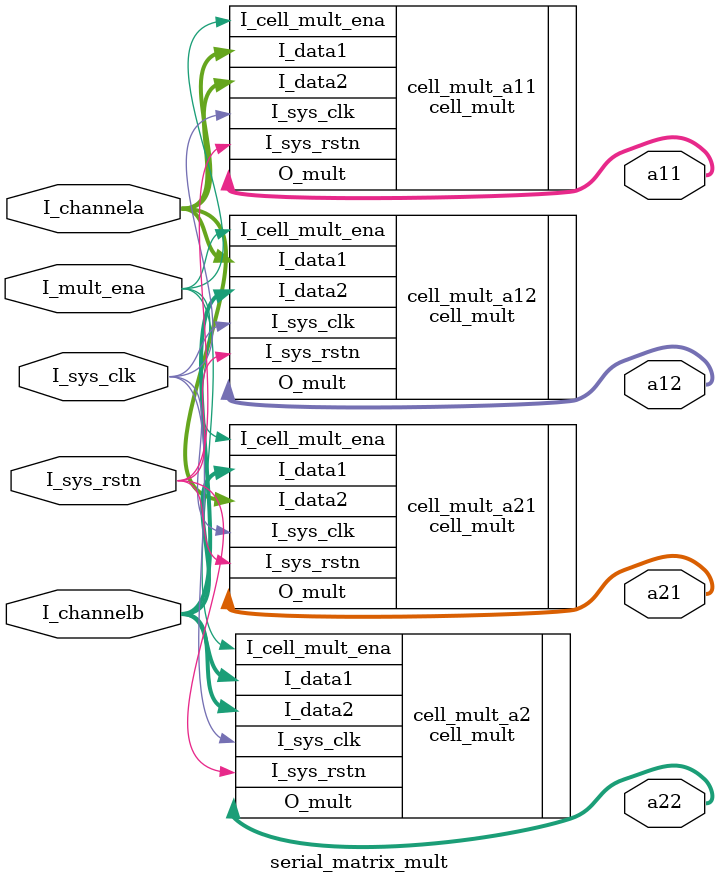
<source format=v>
`timescale 1ns / 1ps



module serial_matrix_mult(
            input                   I_sys_clk            ,
            input                   I_sys_rstn           ,
                                                         
            input                   I_mult_ena           ,
            input       [7:0]       I_channela           ,
            input       [7:0]       I_channelb           ,
                                                         
            output        [15:0]      a11                 ,
            output        [15:0]      a12                  ,
            output        [15:0]      a21                  ,
            output        [15:0]      a22                         
                 
    );
    
    
    cell_mult cell_mult_a11(
               .  I_sys_clk                  (I_sys_clk         )      ,
               .  I_sys_rstn                 (I_sys_rstn        )      ,
                                                                       
               .  I_cell_mult_ena            (I_mult_ena   )      ,
               .  I_data1                    (I_channela        )      ,
               .  I_data2                    (I_channela        )      ,
                                                                       
               .  O_mult                     (a11               )      
                
        );
    
        cell_mult cell_mult_a12(
               .  I_sys_clk                  (I_sys_clk         )      ,
               .  I_sys_rstn                 (I_sys_rstn        )      ,
                                                                       
               .  I_cell_mult_ena            (I_mult_ena   )      ,
               .  I_data1                    (I_channela        )      ,
               .  I_data2                    (I_channelb        )      ,
                                                                       
               .  O_mult                     (a12             )      
                
        );
    
        cell_mult cell_mult_a21(
               .  I_sys_clk                  (I_sys_clk         )      ,
               .  I_sys_rstn                 (I_sys_rstn        )      ,
                                                                       
               .  I_cell_mult_ena            (I_mult_ena   )      ,
               .  I_data1                    (I_channelb         )      ,
               .  I_data2                    (I_channela        )      ,
                                                                       
               .  O_mult                     (a21               )      
                
        );
    
        cell_mult cell_mult_a2(
               .  I_sys_clk                  (I_sys_clk         )      ,
               .  I_sys_rstn                 (I_sys_rstn        )      ,
                                                                       
               .  I_cell_mult_ena            (I_mult_ena   )      ,
               .  I_data1                    (I_channelb        )      ,
               .  I_data2                    (I_channelb        )      ,
                                                                       
               .  O_mult                     (a22              )      
                
        );
    
    
    
endmodule

</source>
